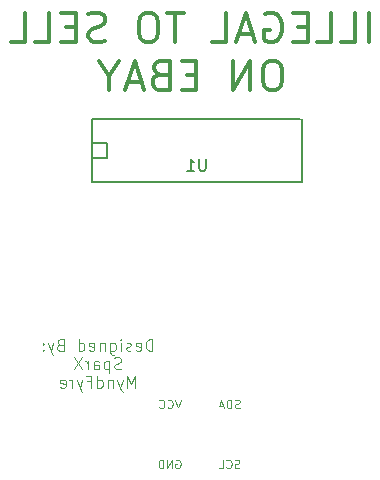
<source format=gbo>
G04 #@! TF.FileFunction,Legend,Bot*
%FSLAX46Y46*%
G04 Gerber Fmt 4.6, Leading zero omitted, Abs format (unit mm)*
G04 Created by KiCad (PCBNEW 4.0.7) date 05/30/18 20:17:33*
%MOMM*%
%LPD*%
G01*
G04 APERTURE LIST*
%ADD10C,0.100000*%
%ADD11C,0.062500*%
%ADD12C,0.300000*%
%ADD13C,0.150000*%
%ADD14R,0.908000X1.543000*%
%ADD15C,2.100000*%
%ADD16O,2.100000X2.100000*%
%ADD17R,1.000000X0.900000*%
%ADD18R,2.400000X2.100000*%
G04 APERTURE END LIST*
D10*
D11*
X95589148Y-115475881D02*
X95589148Y-114475881D01*
X95351053Y-114475881D01*
X95208195Y-114523500D01*
X95112957Y-114618738D01*
X95065338Y-114713976D01*
X95017719Y-114904452D01*
X95017719Y-115047310D01*
X95065338Y-115237786D01*
X95112957Y-115333024D01*
X95208195Y-115428262D01*
X95351053Y-115475881D01*
X95589148Y-115475881D01*
X94208195Y-115428262D02*
X94303433Y-115475881D01*
X94493910Y-115475881D01*
X94589148Y-115428262D01*
X94636767Y-115333024D01*
X94636767Y-114952071D01*
X94589148Y-114856833D01*
X94493910Y-114809214D01*
X94303433Y-114809214D01*
X94208195Y-114856833D01*
X94160576Y-114952071D01*
X94160576Y-115047310D01*
X94636767Y-115142548D01*
X93779624Y-115428262D02*
X93684386Y-115475881D01*
X93493910Y-115475881D01*
X93398671Y-115428262D01*
X93351052Y-115333024D01*
X93351052Y-115285405D01*
X93398671Y-115190167D01*
X93493910Y-115142548D01*
X93636767Y-115142548D01*
X93732005Y-115094929D01*
X93779624Y-114999690D01*
X93779624Y-114952071D01*
X93732005Y-114856833D01*
X93636767Y-114809214D01*
X93493910Y-114809214D01*
X93398671Y-114856833D01*
X92922481Y-115475881D02*
X92922481Y-114809214D01*
X92922481Y-114475881D02*
X92970100Y-114523500D01*
X92922481Y-114571119D01*
X92874862Y-114523500D01*
X92922481Y-114475881D01*
X92922481Y-114571119D01*
X92017719Y-114809214D02*
X92017719Y-115618738D01*
X92065338Y-115713976D01*
X92112957Y-115761595D01*
X92208196Y-115809214D01*
X92351053Y-115809214D01*
X92446291Y-115761595D01*
X92017719Y-115428262D02*
X92112957Y-115475881D01*
X92303434Y-115475881D01*
X92398672Y-115428262D01*
X92446291Y-115380643D01*
X92493910Y-115285405D01*
X92493910Y-114999690D01*
X92446291Y-114904452D01*
X92398672Y-114856833D01*
X92303434Y-114809214D01*
X92112957Y-114809214D01*
X92017719Y-114856833D01*
X91541529Y-114809214D02*
X91541529Y-115475881D01*
X91541529Y-114904452D02*
X91493910Y-114856833D01*
X91398672Y-114809214D01*
X91255814Y-114809214D01*
X91160576Y-114856833D01*
X91112957Y-114952071D01*
X91112957Y-115475881D01*
X90255814Y-115428262D02*
X90351052Y-115475881D01*
X90541529Y-115475881D01*
X90636767Y-115428262D01*
X90684386Y-115333024D01*
X90684386Y-114952071D01*
X90636767Y-114856833D01*
X90541529Y-114809214D01*
X90351052Y-114809214D01*
X90255814Y-114856833D01*
X90208195Y-114952071D01*
X90208195Y-115047310D01*
X90684386Y-115142548D01*
X89351052Y-115475881D02*
X89351052Y-114475881D01*
X89351052Y-115428262D02*
X89446290Y-115475881D01*
X89636767Y-115475881D01*
X89732005Y-115428262D01*
X89779624Y-115380643D01*
X89827243Y-115285405D01*
X89827243Y-114999690D01*
X89779624Y-114904452D01*
X89732005Y-114856833D01*
X89636767Y-114809214D01*
X89446290Y-114809214D01*
X89351052Y-114856833D01*
X87779623Y-114952071D02*
X87636766Y-114999690D01*
X87589147Y-115047310D01*
X87541528Y-115142548D01*
X87541528Y-115285405D01*
X87589147Y-115380643D01*
X87636766Y-115428262D01*
X87732004Y-115475881D01*
X88112957Y-115475881D01*
X88112957Y-114475881D01*
X87779623Y-114475881D01*
X87684385Y-114523500D01*
X87636766Y-114571119D01*
X87589147Y-114666357D01*
X87589147Y-114761595D01*
X87636766Y-114856833D01*
X87684385Y-114904452D01*
X87779623Y-114952071D01*
X88112957Y-114952071D01*
X87208195Y-114809214D02*
X86970100Y-115475881D01*
X86732004Y-114809214D02*
X86970100Y-115475881D01*
X87065338Y-115713976D01*
X87112957Y-115761595D01*
X87208195Y-115809214D01*
X86351052Y-115380643D02*
X86303433Y-115428262D01*
X86351052Y-115475881D01*
X86398671Y-115428262D01*
X86351052Y-115380643D01*
X86351052Y-115475881D01*
X86351052Y-114856833D02*
X86303433Y-114904452D01*
X86351052Y-114952071D01*
X86398671Y-114904452D01*
X86351052Y-114856833D01*
X86351052Y-114952071D01*
X92946291Y-116990762D02*
X92803434Y-117038381D01*
X92565338Y-117038381D01*
X92470100Y-116990762D01*
X92422481Y-116943143D01*
X92374862Y-116847905D01*
X92374862Y-116752667D01*
X92422481Y-116657429D01*
X92470100Y-116609810D01*
X92565338Y-116562190D01*
X92755815Y-116514571D01*
X92851053Y-116466952D01*
X92898672Y-116419333D01*
X92946291Y-116324095D01*
X92946291Y-116228857D01*
X92898672Y-116133619D01*
X92851053Y-116086000D01*
X92755815Y-116038381D01*
X92517719Y-116038381D01*
X92374862Y-116086000D01*
X91946291Y-116371714D02*
X91946291Y-117371714D01*
X91946291Y-116419333D02*
X91851053Y-116371714D01*
X91660576Y-116371714D01*
X91565338Y-116419333D01*
X91517719Y-116466952D01*
X91470100Y-116562190D01*
X91470100Y-116847905D01*
X91517719Y-116943143D01*
X91565338Y-116990762D01*
X91660576Y-117038381D01*
X91851053Y-117038381D01*
X91946291Y-116990762D01*
X90612957Y-117038381D02*
X90612957Y-116514571D01*
X90660576Y-116419333D01*
X90755814Y-116371714D01*
X90946291Y-116371714D01*
X91041529Y-116419333D01*
X90612957Y-116990762D02*
X90708195Y-117038381D01*
X90946291Y-117038381D01*
X91041529Y-116990762D01*
X91089148Y-116895524D01*
X91089148Y-116800286D01*
X91041529Y-116705048D01*
X90946291Y-116657429D01*
X90708195Y-116657429D01*
X90612957Y-116609810D01*
X90136767Y-117038381D02*
X90136767Y-116371714D01*
X90136767Y-116562190D02*
X90089148Y-116466952D01*
X90041529Y-116419333D01*
X89946291Y-116371714D01*
X89851052Y-116371714D01*
X89612957Y-116038381D02*
X88946290Y-117038381D01*
X88946290Y-116038381D02*
X89612957Y-117038381D01*
X94136767Y-118600881D02*
X94136767Y-117600881D01*
X93803433Y-118315167D01*
X93470100Y-117600881D01*
X93470100Y-118600881D01*
X93089148Y-117934214D02*
X92851053Y-118600881D01*
X92612957Y-117934214D02*
X92851053Y-118600881D01*
X92946291Y-118838976D01*
X92993910Y-118886595D01*
X93089148Y-118934214D01*
X92232005Y-117934214D02*
X92232005Y-118600881D01*
X92232005Y-118029452D02*
X92184386Y-117981833D01*
X92089148Y-117934214D01*
X91946290Y-117934214D01*
X91851052Y-117981833D01*
X91803433Y-118077071D01*
X91803433Y-118600881D01*
X90898671Y-118600881D02*
X90898671Y-117600881D01*
X90898671Y-118553262D02*
X90993909Y-118600881D01*
X91184386Y-118600881D01*
X91279624Y-118553262D01*
X91327243Y-118505643D01*
X91374862Y-118410405D01*
X91374862Y-118124690D01*
X91327243Y-118029452D01*
X91279624Y-117981833D01*
X91184386Y-117934214D01*
X90993909Y-117934214D01*
X90898671Y-117981833D01*
X90089147Y-118077071D02*
X90422481Y-118077071D01*
X90422481Y-118600881D02*
X90422481Y-117600881D01*
X89946290Y-117600881D01*
X89660576Y-117934214D02*
X89422481Y-118600881D01*
X89184385Y-117934214D02*
X89422481Y-118600881D01*
X89517719Y-118838976D01*
X89565338Y-118886595D01*
X89660576Y-118934214D01*
X88803433Y-118600881D02*
X88803433Y-117934214D01*
X88803433Y-118124690D02*
X88755814Y-118029452D01*
X88708195Y-117981833D01*
X88612957Y-117934214D01*
X88517718Y-117934214D01*
X87803432Y-118553262D02*
X87898670Y-118600881D01*
X88089147Y-118600881D01*
X88184385Y-118553262D01*
X88232004Y-118458024D01*
X88232004Y-118077071D01*
X88184385Y-117981833D01*
X88089147Y-117934214D01*
X87898670Y-117934214D01*
X87803432Y-117981833D01*
X87755813Y-118077071D01*
X87755813Y-118172310D01*
X88232004Y-118267548D01*
D12*
X113958401Y-89352152D02*
X113958401Y-86852152D01*
X111577449Y-89352152D02*
X112767925Y-89352152D01*
X112767925Y-86852152D01*
X109553639Y-89352152D02*
X110744115Y-89352152D01*
X110744115Y-86852152D01*
X108720305Y-88042629D02*
X107886972Y-88042629D01*
X107529829Y-89352152D02*
X108720305Y-89352152D01*
X108720305Y-86852152D01*
X107529829Y-86852152D01*
X105148876Y-86971200D02*
X105386971Y-86852152D01*
X105744114Y-86852152D01*
X106101257Y-86971200D01*
X106339352Y-87209295D01*
X106458400Y-87447390D01*
X106577448Y-87923581D01*
X106577448Y-88280724D01*
X106458400Y-88756914D01*
X106339352Y-88995010D01*
X106101257Y-89233105D01*
X105744114Y-89352152D01*
X105506019Y-89352152D01*
X105148876Y-89233105D01*
X105029828Y-89114057D01*
X105029828Y-88280724D01*
X105506019Y-88280724D01*
X104077448Y-88637867D02*
X102886971Y-88637867D01*
X104315543Y-89352152D02*
X103482209Y-86852152D01*
X102648876Y-89352152D01*
X100625067Y-89352152D02*
X101815543Y-89352152D01*
X101815543Y-86852152D01*
X98244114Y-86852152D02*
X96815542Y-86852152D01*
X97529828Y-89352152D02*
X97529828Y-86852152D01*
X95506018Y-86852152D02*
X95029828Y-86852152D01*
X94791733Y-86971200D01*
X94553637Y-87209295D01*
X94434590Y-87685486D01*
X94434590Y-88518819D01*
X94553637Y-88995010D01*
X94791733Y-89233105D01*
X95029828Y-89352152D01*
X95506018Y-89352152D01*
X95744114Y-89233105D01*
X95982209Y-88995010D01*
X96101257Y-88518819D01*
X96101257Y-87685486D01*
X95982209Y-87209295D01*
X95744114Y-86971200D01*
X95506018Y-86852152D01*
X91577447Y-89233105D02*
X91220304Y-89352152D01*
X90625066Y-89352152D01*
X90386970Y-89233105D01*
X90267923Y-89114057D01*
X90148875Y-88875962D01*
X90148875Y-88637867D01*
X90267923Y-88399771D01*
X90386970Y-88280724D01*
X90625066Y-88161676D01*
X91101256Y-88042629D01*
X91339351Y-87923581D01*
X91458399Y-87804533D01*
X91577447Y-87566438D01*
X91577447Y-87328343D01*
X91458399Y-87090248D01*
X91339351Y-86971200D01*
X91101256Y-86852152D01*
X90506018Y-86852152D01*
X90148875Y-86971200D01*
X89077447Y-88042629D02*
X88244114Y-88042629D01*
X87886971Y-89352152D02*
X89077447Y-89352152D01*
X89077447Y-86852152D01*
X87886971Y-86852152D01*
X85625066Y-89352152D02*
X86815542Y-89352152D01*
X86815542Y-86852152D01*
X83601256Y-89352152D02*
X84791732Y-89352152D01*
X84791732Y-86852152D01*
X105982209Y-90902152D02*
X105506019Y-90902152D01*
X105267924Y-91021200D01*
X105029828Y-91259295D01*
X104910781Y-91735486D01*
X104910781Y-92568819D01*
X105029828Y-93045010D01*
X105267924Y-93283105D01*
X105506019Y-93402152D01*
X105982209Y-93402152D01*
X106220305Y-93283105D01*
X106458400Y-93045010D01*
X106577448Y-92568819D01*
X106577448Y-91735486D01*
X106458400Y-91259295D01*
X106220305Y-91021200D01*
X105982209Y-90902152D01*
X103839352Y-93402152D02*
X103839352Y-90902152D01*
X102410780Y-93402152D01*
X102410780Y-90902152D01*
X99315542Y-92092629D02*
X98482209Y-92092629D01*
X98125066Y-93402152D02*
X99315542Y-93402152D01*
X99315542Y-90902152D01*
X98125066Y-90902152D01*
X96220304Y-92092629D02*
X95863161Y-92211676D01*
X95744113Y-92330724D01*
X95625065Y-92568819D01*
X95625065Y-92925962D01*
X95744113Y-93164057D01*
X95863161Y-93283105D01*
X96101256Y-93402152D01*
X97053637Y-93402152D01*
X97053637Y-90902152D01*
X96220304Y-90902152D01*
X95982208Y-91021200D01*
X95863161Y-91140248D01*
X95744113Y-91378343D01*
X95744113Y-91616438D01*
X95863161Y-91854533D01*
X95982208Y-91973581D01*
X96220304Y-92092629D01*
X97053637Y-92092629D01*
X94672685Y-92687867D02*
X93482208Y-92687867D01*
X94910780Y-93402152D02*
X94077446Y-90902152D01*
X93244113Y-93402152D01*
X91934589Y-92211676D02*
X91934589Y-93402152D01*
X92767923Y-90902152D02*
X91934589Y-92211676D01*
X91101256Y-90902152D01*
D13*
X108115100Y-95846900D02*
X90462100Y-95846900D01*
X90462100Y-101180900D02*
X108242100Y-101180900D01*
X108242100Y-95846900D02*
X108242100Y-101180900D01*
X90462100Y-101180900D02*
X90462100Y-95846900D01*
X90462100Y-99148900D02*
X91732100Y-99148900D01*
X91732100Y-99148900D02*
X91732100Y-97878900D01*
X91732100Y-97878900D02*
X90462100Y-97878900D01*
X100114005Y-99228661D02*
X100114005Y-100038185D01*
X100066386Y-100133423D01*
X100018767Y-100181042D01*
X99923529Y-100228661D01*
X99733052Y-100228661D01*
X99637814Y-100181042D01*
X99590195Y-100133423D01*
X99542576Y-100038185D01*
X99542576Y-99228661D01*
X98542576Y-100228661D02*
X99114005Y-100228661D01*
X98828291Y-100228661D02*
X98828291Y-99228661D01*
X98923529Y-99371518D01*
X99018767Y-99466756D01*
X99114005Y-99514375D01*
D10*
X102970700Y-120285633D02*
X102870700Y-120318967D01*
X102704033Y-120318967D01*
X102637366Y-120285633D01*
X102604033Y-120252300D01*
X102570700Y-120185633D01*
X102570700Y-120118967D01*
X102604033Y-120052300D01*
X102637366Y-120018967D01*
X102704033Y-119985633D01*
X102837366Y-119952300D01*
X102904033Y-119918967D01*
X102937366Y-119885633D01*
X102970700Y-119818967D01*
X102970700Y-119752300D01*
X102937366Y-119685633D01*
X102904033Y-119652300D01*
X102837366Y-119618967D01*
X102670700Y-119618967D01*
X102570700Y-119652300D01*
X102270699Y-120318967D02*
X102270699Y-119618967D01*
X102104033Y-119618967D01*
X102004033Y-119652300D01*
X101937366Y-119718967D01*
X101904033Y-119785633D01*
X101870699Y-119918967D01*
X101870699Y-120018967D01*
X101904033Y-120152300D01*
X101937366Y-120218967D01*
X102004033Y-120285633D01*
X102104033Y-120318967D01*
X102270699Y-120318967D01*
X101604033Y-120118967D02*
X101270699Y-120118967D01*
X101670699Y-120318967D02*
X101437366Y-119618967D01*
X101204033Y-120318967D01*
X102954034Y-125365633D02*
X102854034Y-125398967D01*
X102687367Y-125398967D01*
X102620700Y-125365633D01*
X102587367Y-125332300D01*
X102554034Y-125265633D01*
X102554034Y-125198967D01*
X102587367Y-125132300D01*
X102620700Y-125098967D01*
X102687367Y-125065633D01*
X102820700Y-125032300D01*
X102887367Y-124998967D01*
X102920700Y-124965633D01*
X102954034Y-124898967D01*
X102954034Y-124832300D01*
X102920700Y-124765633D01*
X102887367Y-124732300D01*
X102820700Y-124698967D01*
X102654034Y-124698967D01*
X102554034Y-124732300D01*
X101854033Y-125332300D02*
X101887367Y-125365633D01*
X101987367Y-125398967D01*
X102054033Y-125398967D01*
X102154033Y-125365633D01*
X102220700Y-125298967D01*
X102254033Y-125232300D01*
X102287367Y-125098967D01*
X102287367Y-124998967D01*
X102254033Y-124865633D01*
X102220700Y-124798967D01*
X102154033Y-124732300D01*
X102054033Y-124698967D01*
X101987367Y-124698967D01*
X101887367Y-124732300D01*
X101854033Y-124765633D01*
X101220700Y-125398967D02*
X101554033Y-125398967D01*
X101554033Y-124698967D01*
X97574033Y-124732300D02*
X97640699Y-124698967D01*
X97740699Y-124698967D01*
X97840699Y-124732300D01*
X97907366Y-124798967D01*
X97940699Y-124865633D01*
X97974033Y-124998967D01*
X97974033Y-125098967D01*
X97940699Y-125232300D01*
X97907366Y-125298967D01*
X97840699Y-125365633D01*
X97740699Y-125398967D01*
X97674033Y-125398967D01*
X97574033Y-125365633D01*
X97540699Y-125332300D01*
X97540699Y-125098967D01*
X97674033Y-125098967D01*
X97240699Y-125398967D02*
X97240699Y-124698967D01*
X96840699Y-125398967D01*
X96840699Y-124698967D01*
X96507366Y-125398967D02*
X96507366Y-124698967D01*
X96340700Y-124698967D01*
X96240700Y-124732300D01*
X96174033Y-124798967D01*
X96140700Y-124865633D01*
X96107366Y-124998967D01*
X96107366Y-125098967D01*
X96140700Y-125232300D01*
X96174033Y-125298967D01*
X96240700Y-125365633D01*
X96340700Y-125398967D01*
X96507366Y-125398967D01*
X97974033Y-119618967D02*
X97740700Y-120318967D01*
X97507367Y-119618967D01*
X96874033Y-120252300D02*
X96907367Y-120285633D01*
X97007367Y-120318967D01*
X97074033Y-120318967D01*
X97174033Y-120285633D01*
X97240700Y-120218967D01*
X97274033Y-120152300D01*
X97307367Y-120018967D01*
X97307367Y-119918967D01*
X97274033Y-119785633D01*
X97240700Y-119718967D01*
X97174033Y-119652300D01*
X97074033Y-119618967D01*
X97007367Y-119618967D01*
X96907367Y-119652300D01*
X96874033Y-119685633D01*
X96174033Y-120252300D02*
X96207367Y-120285633D01*
X96307367Y-120318967D01*
X96374033Y-120318967D01*
X96474033Y-120285633D01*
X96540700Y-120218967D01*
X96574033Y-120152300D01*
X96607367Y-120018967D01*
X96607367Y-119918967D01*
X96574033Y-119785633D01*
X96540700Y-119718967D01*
X96474033Y-119652300D01*
X96374033Y-119618967D01*
X96307367Y-119618967D01*
X96207367Y-119652300D01*
X96174033Y-119685633D01*
%LPC*%
D14*
X91097100Y-94957900D03*
X92367100Y-94957900D03*
X93637100Y-94957900D03*
X94907100Y-94957900D03*
X96177100Y-94957900D03*
X97447100Y-94957900D03*
X98717100Y-94957900D03*
X99987100Y-94957900D03*
X101257100Y-94957900D03*
X102527100Y-94957900D03*
X103797100Y-94957900D03*
X105067100Y-94957900D03*
X106337100Y-94957900D03*
X107607100Y-94957900D03*
X107607100Y-102069900D03*
X106337100Y-102069900D03*
X105067100Y-102069900D03*
X103797100Y-102069900D03*
X102527100Y-102069900D03*
X101257100Y-102069900D03*
X99987100Y-102069900D03*
X98717100Y-102069900D03*
X97447100Y-102069900D03*
X96177100Y-102069900D03*
X94907100Y-102069900D03*
X93637100Y-102069900D03*
X92367100Y-102069900D03*
X91097100Y-102069900D03*
D15*
X100850700Y-121272300D03*
D16*
X100850700Y-123812300D03*
X98310700Y-121272300D03*
X98310700Y-123812300D03*
D17*
X112310000Y-98120200D03*
X111210000Y-98120200D03*
D10*
G36*
X111554419Y-80047534D02*
X110700272Y-81965980D01*
X108507763Y-80989812D01*
X109361910Y-79071366D01*
X111554419Y-80047534D01*
X111554419Y-80047534D01*
G37*
G36*
X107900237Y-78420588D02*
X107046090Y-80339034D01*
X104853581Y-79362866D01*
X105707728Y-77444420D01*
X107900237Y-78420588D01*
X107900237Y-78420588D01*
G37*
G36*
X75332298Y-98960891D02*
X77424307Y-98777864D01*
X77633480Y-101168731D01*
X75541471Y-101351758D01*
X75332298Y-98960891D01*
X75332298Y-98960891D01*
G37*
G36*
X75680920Y-102945669D02*
X77772929Y-102762642D01*
X77982102Y-105153509D01*
X75890093Y-105336536D01*
X75680920Y-102945669D01*
X75680920Y-102945669D01*
G37*
G36*
X77933387Y-89699463D02*
X79906741Y-90417705D01*
X79085893Y-92672967D01*
X77112539Y-91954725D01*
X77933387Y-89699463D01*
X77933387Y-89699463D01*
G37*
G36*
X76565307Y-93458233D02*
X78538661Y-94176475D01*
X77717813Y-96431737D01*
X75744459Y-95713495D01*
X76565307Y-93458233D01*
X76565307Y-93458233D01*
G37*
G36*
X83910916Y-82161749D02*
X85471520Y-83566923D01*
X83865606Y-85350471D01*
X82305002Y-83945297D01*
X83910916Y-82161749D01*
X83910916Y-82161749D01*
G37*
G36*
X81234394Y-85134329D02*
X82794998Y-86539503D01*
X81189084Y-88323051D01*
X79628480Y-86917877D01*
X81234394Y-85134329D01*
X81234394Y-85134329D01*
G37*
G36*
X92220036Y-77553598D02*
X93107535Y-79456844D01*
X90932396Y-80471128D01*
X90044897Y-78567882D01*
X92220036Y-77553598D01*
X92220036Y-77553598D01*
G37*
G36*
X88594804Y-79244072D02*
X89482303Y-81147318D01*
X87307164Y-82161602D01*
X86419665Y-80258356D01*
X88594804Y-79244072D01*
X88594804Y-79244072D01*
G37*
D18*
X100755200Y-77876400D03*
X96755200Y-77876400D03*
D10*
G36*
X118634467Y-87171215D02*
X117025773Y-88521069D01*
X115483083Y-86682563D01*
X117091777Y-85332709D01*
X118634467Y-87171215D01*
X118634467Y-87171215D01*
G37*
G36*
X116063317Y-84107037D02*
X114454623Y-85456891D01*
X112911933Y-83618385D01*
X114520627Y-82268531D01*
X116063317Y-84107037D01*
X116063317Y-84107037D01*
G37*
G36*
X122527941Y-95662695D02*
X120554587Y-96380937D01*
X119733739Y-94125675D01*
X121707093Y-93407433D01*
X122527941Y-95662695D01*
X122527941Y-95662695D01*
G37*
G36*
X121159861Y-91903925D02*
X119186507Y-92622167D01*
X118365659Y-90366905D01*
X120339013Y-89648663D01*
X121159861Y-91903925D01*
X121159861Y-91903925D01*
G37*
G36*
X122331507Y-105285736D02*
X120239498Y-105102709D01*
X120448671Y-102711842D01*
X122540680Y-102894869D01*
X122331507Y-105285736D01*
X122331507Y-105285736D01*
G37*
G36*
X122680129Y-101300958D02*
X120588120Y-101117931D01*
X120797293Y-98727064D01*
X122889302Y-98910091D01*
X122680129Y-101300958D01*
X122680129Y-101300958D01*
G37*
M02*

</source>
